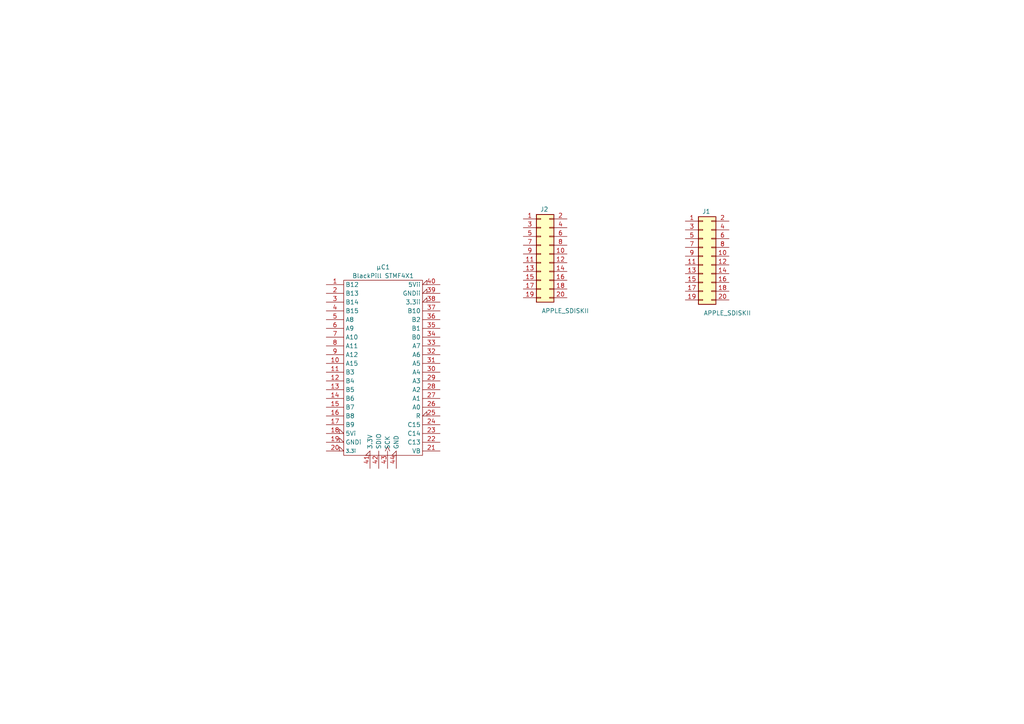
<source format=kicad_sch>
(kicad_sch (version 20231120) (generator "eeschema") (generator_version "8.0")
  (paper "A4")
  (lib_symbols
    (symbol "Connector_Generic:Conn_02x10_Odd_Even" (pin_names (offset 1.016) hide)
      (property "Reference" "J" (at 1.27 12.7 0))
      (property "Value" "Conn_02x10_Odd_Even" (at 1.27 -15.24 0))
      (symbol "Conn_02x10_Odd_Even_1_1"
        (rectangle (start -1.27 -12.573) (end 0 -12.827) (stroke (width 0.1524)))
        (rectangle (start -1.27 -10.033) (end 0 -10.287) (stroke (width 0.1524)))
        (rectangle (start -1.27 -7.493) (end 0 -7.747) (stroke (width 0.1524)))
        (rectangle (start -1.27 -4.953) (end 0 -5.207) (stroke (width 0.1524)))
        (rectangle (start -1.27 -2.413) (end 0 -2.667) (stroke (width 0.1524)))
        (rectangle (start -1.27 0.127) (end 0 -0.127) (stroke (width 0.1524)))
        (rectangle (start -1.27 2.667) (end 0 2.413) (stroke (width 0.1524)))
        (rectangle (start -1.27 5.207) (end 0 4.953) (stroke (width 0.1524)))
        (rectangle (start -1.27 7.747) (end 0 7.493) (stroke (width 0.1524)))
        (rectangle (start -1.27 10.287) (end 0 10.033) (stroke (width 0.1524)))
        (rectangle (start -1.27 11.43) (end 3.81 -13.97) (stroke (width 0.254)) (fill (type background)))
        (rectangle (start 3.81 -12.573) (end 2.54 -12.827) (stroke (width 0.1524)))
        (rectangle (start 3.81 -10.033) (end 2.54 -10.287) (stroke (width 0.1524)))
        (rectangle (start 3.81 -7.493) (end 2.54 -7.747) (stroke (width 0.1524)))
        (rectangle (start 3.81 -4.953) (end 2.54 -5.207) (stroke (width 0.1524)))
        (rectangle (start 3.81 -2.413) (end 2.54 -2.667) (stroke (width 0.1524)))
        (rectangle (start 3.81 0.127) (end 2.54 -0.127) (stroke (width 0.1524)))
        (rectangle (start 3.81 2.667) (end 2.54 2.413) (stroke (width 0.1524)))
        (rectangle (start 3.81 5.207) (end 2.54 4.953) (stroke (width 0.1524)))
        (rectangle (start 3.81 7.747) (end 2.54 7.493) (stroke (width 0.1524)))
        (rectangle (start 3.81 10.287) (end 2.54 10.033) (stroke (width 0.1524)))
        (pin passive line (at -5.08 10.16 0) (length 3.81) (name "Pin_1") (number "1"))
        (pin passive line (at 7.62 0 180) (length 3.81) (name "Pin_10") (number "10"))
        (pin passive line (at -5.08 -2.54 0) (length 3.81) (name "Pin_11") (number "11"))
        (pin passive line (at 7.62 -2.54 180) (length 3.81) (name "Pin_12") (number "12"))
        (pin passive line (at -5.08 -5.08 0) (length 3.81) (name "Pin_13") (number "13"))
        (pin passive line (at 7.62 -5.08 180) (length 3.81) (name "Pin_14") (number "14"))
        (pin passive line (at -5.08 -7.62 0) (length 3.81) (name "Pin_15") (number "15"))
        (pin passive line (at 7.62 -7.62 180) (length 3.81) (name "Pin_16") (number "16"))
        (pin passive line (at -5.08 -10.16 0) (length 3.81) (name "Pin_17") (number "17"))
        (pin passive line (at 7.62 -10.16 180) (length 3.81) (name "Pin_18") (number "18"))
        (pin passive line (at -5.08 -12.7 0) (length 3.81) (name "Pin_19") (number "19"))
        (pin passive line (at 7.62 10.16 180) (length 3.81) (name "Pin_2") (number "2"))
        (pin passive line (at 7.62 -12.7 180) (length 3.81) (name "Pin_20") (number "20"))
        (pin passive line (at -5.08 7.62 0) (length 3.81) (name "Pin_3") (number "3"))
        (pin passive line (at 7.62 7.62 180) (length 3.81) (name "Pin_4") (number "4"))
        (pin passive line (at -5.08 5.08 0) (length 3.81) (name "Pin_5") (number "5"))
        (pin passive line (at 7.62 5.08 180) (length 3.81) (name "Pin_6") (number "6"))
        (pin passive line (at -5.08 2.54 0) (length 3.81) (name "Pin_7") (number "7"))
        (pin passive line (at 7.62 2.54 180) (length 3.81) (name "Pin_8") (number "8"))
        (pin passive line (at -5.08 0 0) (length 3.81) (name "Pin_9") (number "9"))
      )
    )
    (symbol "muControllers_other:BlackPill"
      (property "Reference" "μC1" (at 0 29.21 0))
      (property "Value" "BlackPill STMF4X1" (at 0 26.67 0))
      (symbol "BlackPill_0_1"
        (rectangle (start -11.43 25.4) (end 11.43 -25.4))
      )
      (symbol "BlackPill_1_1"
        (pin bidirectional line (at -16.51 24.13 0) (length 5.08) (name "B12") (number "1"))
        (pin bidirectional line (at -16.51 1.27 0) (length 5.08) (name "A15") (number "10"))
        (pin bidirectional line (at -16.51 -1.27 0) (length 5.08) (name "B3") (number "11"))
        (pin bidirectional line (at -16.51 -3.81 0) (length 5.08) (name "B4") (number "12"))
        (pin bidirectional line (at -16.51 -6.35 0) (length 5.08) (name "B5") (number "13"))
        (pin bidirectional line (at -16.51 -8.89 0) (length 5.08) (name "B6") (number "14"))
        (pin bidirectional line (at -16.51 -11.43 0) (length 5.08) (name "B7") (number "15"))
        (pin bidirectional line (at -16.51 -13.97 0) (length 5.08) (name "B8") (number "16"))
        (pin bidirectional line (at -16.51 -16.51 0) (length 5.08) (name "B9") (number "17"))
        (pin power_in input_low (at -16.51 -19.05 0) (length 5.08) (name "5Vi") (number "18"))
        (pin power_in input_low (at -16.51 -21.59 0) (length 5.08) (name "GNDi") (number "19"))
        (pin bidirectional line (at -16.51 21.59 0) (length 5.08) (name "B13") (number "2"))
        (pin power_in input_low (at -16.51 -24.13 0) (length 5.08) (name "3.3i") (number "20"))
        (pin bidirectional line (at 16.51 -24.13 180) (length 5.08) (name "VB") (number "21"))
        (pin bidirectional line (at 16.51 -21.59 180) (length 5.08) (name "C13") (number "22"))
        (pin bidirectional line (at 16.51 -19.05 180) (length 5.08) (name "C14") (number "23"))
        (pin bidirectional line (at 16.51 -16.51 180) (length 5.08) (name "C15") (number "24"))
        (pin input input_low (at 16.51 -13.97 180) (length 5.08) (name "R") (number "25"))
        (pin bidirectional line (at 16.51 -11.43 180) (length 5.08) (name "A0") (number "26"))
        (pin bidirectional line (at 16.51 -8.89 180) (length 5.08) (name "A1") (number "27"))
        (pin bidirectional line (at 16.51 -6.35 180) (length 5.08) (name "A2") (number "28"))
        (pin bidirectional line (at 16.51 -3.81 180) (length 5.08) (name "A3") (number "29"))
        (pin bidirectional line (at -16.51 19.05 0) (length 5.08) (name "B14") (number "3"))
        (pin bidirectional line (at 16.51 -1.27 180) (length 5.08) (name "A4") (number "30"))
        (pin bidirectional line (at 16.51 1.27 180) (length 5.08) (name "A5") (number "31"))
        (pin bidirectional line (at 16.51 3.81 180) (length 5.08) (name "A6") (number "32"))
        (pin bidirectional line (at 16.51 6.35 180) (length 5.08) (name "A7") (number "33"))
        (pin bidirectional line (at 16.51 8.89 180) (length 5.08) (name "B0") (number "34"))
        (pin bidirectional line (at 16.51 11.43 180) (length 5.08) (name "B1") (number "35"))
        (pin bidirectional line (at 16.51 13.97 180) (length 5.08) (name "B2") (number "36"))
        (pin bidirectional line (at 16.51 16.51 180) (length 5.08) (name "B10") (number "37"))
        (pin power_in input_low (at 16.51 19.05 180) (length 5.08) (name "3.3ii") (number "38"))
        (pin power_in input_low (at 16.51 21.59 180) (length 5.08) (name "GNDii") (number "39"))
        (pin bidirectional line (at -16.51 16.51 0) (length 5.08) (name "B15") (number "4"))
        (pin power_in input_low (at 16.51 24.13 180) (length 5.08) (name "5Vii") (number "40"))
        (pin power_in input_low (at -3.81 -29.21 90) (length 5.08) (name "3.3V") (number "41"))
        (pin bidirectional line (at -1.27 -29.21 90) (length 5.08) (name "SDIO") (number "42"))
        (pin bidirectional clock (at 1.27 -29.21 90) (length 5.08) (name "SCK") (number "43"))
        (pin power_in input_low (at 3.81 -29.21 90) (length 5.08) (name "GND") (number "44"))
        (pin bidirectional line (at -16.51 13.97 0) (length 5.08) (name "A8") (number "5"))
        (pin bidirectional line (at -16.51 11.43 0) (length 5.08) (name "A9") (number "6"))
        (pin bidirectional line (at -16.51 8.89 0) (length 5.08) (name "A10") (number "7"))
        (pin bidirectional line (at -16.51 6.35 0) (length 5.08) (name "A11") (number "8"))
        (pin bidirectional line (at -16.51 3.81 0) (length 5.08) (name "A12") (number "9"))
      )
    )
  )
  (symbol (lib_id "muControllers_other:BlackPill") (at 111.125 106.68 0) (unit 1)
    (property "Reference" "μC1" (at 111.125 77.47 0))
    (property "Value" "BlackPill STMF4X1" (at 111.125 80.01 0))
    (property "Footprint" "acheron_Hardware.pretty-master:Mini_F4X1_STM32_VIB" (effects (hide yes)))
  )
  (symbol (lib_id "Connector_Generic:Conn_02x10_Odd_Even") (at 203.835 74.295 0) (unit 1)
    (property "Reference" "J1" (at 204.851 61.341 0))
    (property "Value" "APPLE_SDISKII" (at 210.947 90.805 0))
    (property "Footprint" "Connector_IDC:IDC-Header_2x10_P2.54mm_Vertical" (effects (hide yes)))
    (property "Description" "Generic connector, double row, 02x10, odd/even pin numbering scheme (row 1 odd numbers, row 2 even numbers), script generated (kicad-library-utils/schlib/autogen/connector/)" (effects (hide yes)))
  )
  (symbol (lib_id "Connector_Generic:Conn_02x10_Odd_Even") (at 156.845 73.66 0) (unit 1)
    (property "Reference" "J2" (at 157.861 60.706 0))
    (property "Value" "APPLE_SDISKII" (at 163.957 90.17 0))
    (property "Footprint" "Connector_IDC:IDC-Header_2x10_P2.54mm_Vertical" (effects (hide yes)))
    (property "Description" "Generic connector, double row, 02x10, odd/even pin numbering scheme (row 1 odd numbers, row 2 even numbers), script generated (kicad-library-utils/schlib/autogen/connector/)" (effects (hide yes)))
  )
)
</source>
